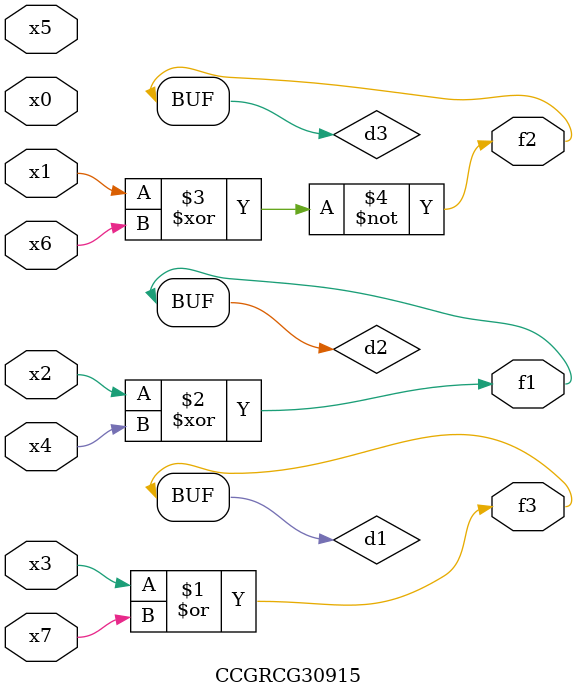
<source format=v>
module CCGRCG30915(
	input x0, x1, x2, x3, x4, x5, x6, x7,
	output f1, f2, f3
);

	wire d1, d2, d3;

	or (d1, x3, x7);
	xor (d2, x2, x4);
	xnor (d3, x1, x6);
	assign f1 = d2;
	assign f2 = d3;
	assign f3 = d1;
endmodule

</source>
